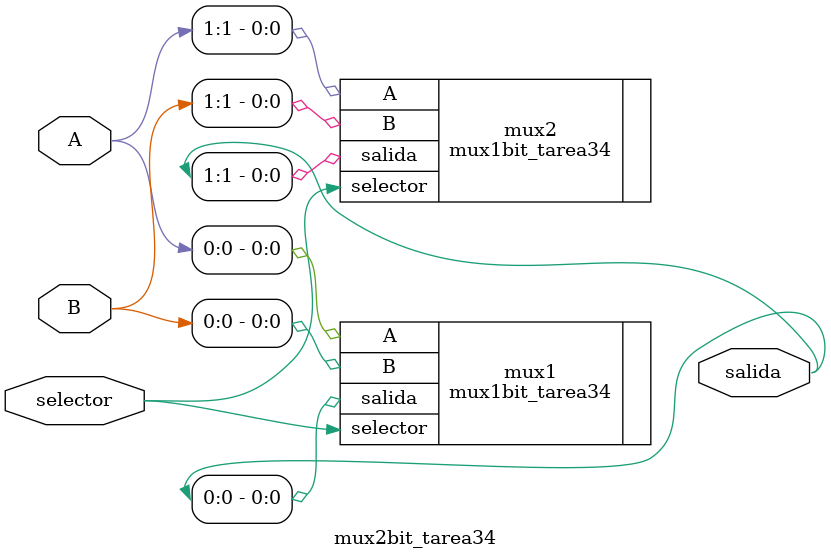
<source format=v>
`include "mux1bit_tarea34.v"

module mux2bit_tarea34(

    input [0:1] A,
    input [0:1] B,
    input selector,
    output [0:1] salida);

    //conexiones
    mux1bit_tarea34 mux1 (.A(A[0]), .B(B[0]), .selector(selector), .salida(salida[0]));
    mux1bit_tarea34 mux2 (.A(A[1]), .B(B[1]), .selector(selector), .salida(salida[1]));
    
endmodule
</source>
